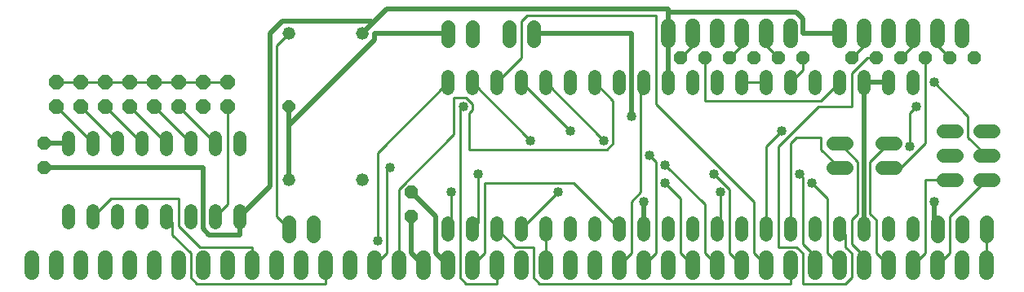
<source format=gtl>
G75*
%MOIN*%
%OFA0B0*%
%FSLAX24Y24*%
%IPPOS*%
%LPD*%
%AMOC8*
5,1,8,0,0,1.08239X$1,22.5*
%
%ADD10C,0.0600*%
%ADD11OC8,0.0600*%
%ADD12OC8,0.0520*%
%ADD13C,0.0520*%
%ADD14C,0.0560*%
%ADD15OC8,0.0515*%
%ADD16C,0.0520*%
%ADD17C,0.0200*%
%ADD18C,0.0100*%
%ADD19C,0.0400*%
D10*
X000680Y000880D02*
X000680Y001480D01*
X001680Y001480D02*
X001680Y000880D01*
X002680Y000880D02*
X002680Y001480D01*
X003680Y001480D02*
X003680Y000880D01*
X004680Y000880D02*
X004680Y001480D01*
X005680Y001480D02*
X005680Y000880D01*
X006680Y000880D02*
X006680Y001480D01*
X007680Y001480D02*
X007680Y000880D01*
X008680Y000880D02*
X008680Y001480D01*
X009680Y001480D02*
X009680Y000880D01*
X010680Y000880D02*
X010680Y001480D01*
X011680Y001480D02*
X011680Y000880D01*
X012680Y000880D02*
X012680Y001480D01*
X013680Y001480D02*
X013680Y000880D01*
X014680Y000880D02*
X014680Y001480D01*
X015680Y001480D02*
X015680Y000880D01*
X016680Y000880D02*
X016680Y001480D01*
X017680Y001480D02*
X017680Y000880D01*
X018680Y000880D02*
X018680Y001480D01*
X019680Y001480D02*
X019680Y000880D01*
X020680Y000880D02*
X020680Y001480D01*
X021680Y001480D02*
X021680Y000880D01*
X022680Y000880D02*
X022680Y001480D01*
X023680Y001480D02*
X023680Y000880D01*
X024680Y000880D02*
X024680Y001480D01*
X025680Y001480D02*
X025680Y000880D01*
X026680Y000880D02*
X026680Y001480D01*
X027680Y001480D02*
X027680Y000880D01*
X028680Y000880D02*
X028680Y001480D01*
X029680Y001480D02*
X029680Y000880D01*
X030680Y000880D02*
X030680Y001480D01*
X031680Y001480D02*
X031680Y000880D01*
X032680Y000880D02*
X032680Y001480D01*
X033680Y001480D02*
X033680Y000880D01*
X034680Y000880D02*
X034680Y001480D01*
X035680Y001480D02*
X035680Y000880D01*
X036680Y000880D02*
X036680Y001480D01*
X037680Y001480D02*
X037680Y000880D01*
X038680Y000880D02*
X038680Y001480D01*
X039680Y001480D02*
X039680Y000880D01*
X038680Y010380D02*
X038680Y010980D01*
X037680Y010980D02*
X037680Y010380D01*
X036680Y010380D02*
X036680Y010980D01*
X035680Y010980D02*
X035680Y010380D01*
X034680Y010380D02*
X034680Y010980D01*
X033680Y010980D02*
X033680Y010380D01*
X031680Y010380D02*
X031680Y010980D01*
X030680Y010980D02*
X030680Y010380D01*
X029680Y010380D02*
X029680Y010980D01*
X028680Y010980D02*
X028680Y010380D01*
X027680Y010380D02*
X027680Y010980D01*
X026680Y010980D02*
X026680Y010380D01*
D11*
X008680Y008680D03*
X007680Y008680D03*
X006680Y008680D03*
X005680Y008680D03*
X004680Y008680D03*
X003680Y008680D03*
X002680Y008680D03*
X001680Y008680D03*
X001680Y007680D03*
X002680Y007680D03*
X003680Y007680D03*
X004680Y007680D03*
X005680Y007680D03*
X006680Y007680D03*
X007680Y007680D03*
X008680Y007680D03*
D12*
X001180Y006180D03*
X001180Y005180D03*
X016180Y004180D03*
X016180Y003180D03*
X027180Y009680D03*
X028180Y009680D03*
X029180Y009680D03*
X030180Y009680D03*
X031180Y009680D03*
X032180Y009680D03*
X034180Y009680D03*
X035180Y009680D03*
X036180Y009680D03*
X037180Y009680D03*
X038180Y009680D03*
X039180Y009680D03*
D13*
X014180Y010680D03*
X011180Y010680D03*
X011180Y004680D03*
X014180Y004680D03*
D14*
X012180Y002960D02*
X012180Y002400D01*
X011180Y002400D02*
X011180Y002960D01*
X033400Y005180D02*
X033960Y005180D01*
X035400Y005180D02*
X035960Y005180D01*
X037900Y004680D02*
X038460Y004680D01*
X039400Y004680D02*
X039960Y004680D01*
X039960Y005680D02*
X039400Y005680D01*
X038460Y005680D02*
X037900Y005680D01*
X035960Y006180D02*
X035400Y006180D01*
X033960Y006180D02*
X033400Y006180D01*
X037900Y006680D02*
X038460Y006680D01*
X039400Y006680D02*
X039960Y006680D01*
X039680Y002960D02*
X039680Y002400D01*
X038680Y002400D02*
X038680Y002960D01*
X037680Y002960D02*
X037680Y002400D01*
X021180Y010400D02*
X021180Y010960D01*
X020180Y010960D02*
X020180Y010400D01*
X018680Y010400D02*
X018680Y010960D01*
X017680Y010960D02*
X017680Y010400D01*
D15*
X011180Y007680D03*
D16*
X009180Y006440D02*
X009180Y005920D01*
X008180Y005920D02*
X008180Y006440D01*
X007180Y006440D02*
X007180Y005920D01*
X006180Y005920D02*
X006180Y006440D01*
X005180Y006440D02*
X005180Y005920D01*
X004180Y005920D02*
X004180Y006440D01*
X003180Y006440D02*
X003180Y005920D01*
X002180Y005920D02*
X002180Y006440D01*
X002180Y003440D02*
X002180Y002920D01*
X003180Y002920D02*
X003180Y003440D01*
X004180Y003440D02*
X004180Y002920D01*
X005180Y002920D02*
X005180Y003440D01*
X006180Y003440D02*
X006180Y002920D01*
X007180Y002920D02*
X007180Y003440D01*
X008180Y003440D02*
X008180Y002920D01*
X009180Y002920D02*
X009180Y003440D01*
X017680Y002940D02*
X017680Y002420D01*
X018680Y002420D02*
X018680Y002940D01*
X019680Y002940D02*
X019680Y002420D01*
X020680Y002420D02*
X020680Y002940D01*
X021680Y002940D02*
X021680Y002420D01*
X022680Y002420D02*
X022680Y002940D01*
X023680Y002940D02*
X023680Y002420D01*
X024680Y002420D02*
X024680Y002940D01*
X025680Y002940D02*
X025680Y002420D01*
X026680Y002420D02*
X026680Y002940D01*
X027680Y002940D02*
X027680Y002420D01*
X028680Y002420D02*
X028680Y002940D01*
X029680Y002940D02*
X029680Y002420D01*
X030680Y002420D02*
X030680Y002940D01*
X031680Y002940D02*
X031680Y002420D01*
X032680Y002420D02*
X032680Y002940D01*
X033680Y002940D02*
X033680Y002420D01*
X034680Y002420D02*
X034680Y002940D01*
X035680Y002940D02*
X035680Y002420D01*
X036680Y002420D02*
X036680Y002940D01*
X036680Y008420D02*
X036680Y008940D01*
X035680Y008940D02*
X035680Y008420D01*
X034680Y008420D02*
X034680Y008940D01*
X033680Y008940D02*
X033680Y008420D01*
X032680Y008420D02*
X032680Y008940D01*
X031680Y008940D02*
X031680Y008420D01*
X030680Y008420D02*
X030680Y008940D01*
X029680Y008940D02*
X029680Y008420D01*
X028680Y008420D02*
X028680Y008940D01*
X027680Y008940D02*
X027680Y008420D01*
X026680Y008420D02*
X026680Y008940D01*
X025680Y008940D02*
X025680Y008420D01*
X024680Y008420D02*
X024680Y008940D01*
X023680Y008940D02*
X023680Y008420D01*
X022680Y008420D02*
X022680Y008940D01*
X021680Y008940D02*
X021680Y008420D01*
X020680Y008420D02*
X020680Y008940D01*
X019680Y008940D02*
X019680Y008420D01*
X018680Y008420D02*
X018680Y008940D01*
X017680Y008940D02*
X017680Y008420D01*
D17*
X014680Y010430D02*
X011180Y006930D01*
X011180Y007680D01*
X011180Y006930D02*
X011180Y004680D01*
X010430Y004430D02*
X010430Y010680D01*
X010930Y011180D01*
X014555Y011180D01*
X014618Y011118D01*
X014180Y010680D01*
X014680Y010680D02*
X014680Y010430D01*
X014680Y010680D02*
X017680Y010680D01*
X015180Y011680D02*
X026680Y011680D01*
X026680Y011555D01*
X031930Y011555D01*
X032180Y011305D01*
X032180Y010680D01*
X033680Y010680D01*
X034680Y008680D02*
X034680Y002680D01*
X037555Y002805D02*
X037555Y003805D01*
X037555Y002805D02*
X037680Y002680D01*
X025680Y002680D02*
X025680Y003805D01*
X017680Y001180D02*
X017180Y001680D01*
X017180Y003180D01*
X016180Y004180D01*
X016180Y003180D02*
X016180Y001680D01*
X016680Y001180D01*
X010430Y004430D02*
X009180Y003180D01*
X009180Y002430D01*
X007930Y002430D01*
X007680Y002680D01*
X007680Y005180D01*
X001180Y005180D01*
X001180Y006180D02*
X002180Y006180D01*
X014618Y011118D02*
X015180Y011680D01*
X021180Y010680D02*
X025180Y010680D01*
X025180Y007305D01*
X026680Y008680D02*
X026680Y010680D01*
X026680Y011555D01*
X034680Y008680D02*
X035680Y008680D01*
D18*
X034805Y009680D02*
X034180Y009055D01*
X034180Y007680D01*
X032805Y007680D01*
X031180Y006055D01*
X031180Y001930D01*
X031930Y001930D01*
X032180Y001680D01*
X032180Y000430D01*
X033930Y000430D01*
X034180Y000680D01*
X034180Y001680D01*
X033930Y001930D01*
X033930Y002430D01*
X033680Y002680D01*
X034180Y003055D02*
X034180Y002055D01*
X034680Y001555D01*
X034680Y001180D01*
X033680Y001180D02*
X033180Y001680D01*
X033180Y003930D01*
X032555Y004555D01*
X032180Y004805D02*
X032180Y002055D01*
X032680Y001555D01*
X032680Y001180D01*
X031680Y001180D02*
X031680Y000430D01*
X021430Y000430D01*
X021180Y000680D01*
X021180Y001930D01*
X020430Y001930D01*
X019680Y002680D01*
X018930Y002930D02*
X018930Y004930D01*
X019180Y004555D02*
X019180Y001680D01*
X018680Y001180D01*
X019680Y001180D02*
X019680Y000430D01*
X018430Y000430D01*
X018180Y000680D01*
X018180Y007555D01*
X018305Y007680D01*
X018555Y007430D02*
X018680Y007555D01*
X018680Y007805D01*
X018430Y008055D01*
X017930Y008055D01*
X017930Y006555D01*
X015680Y004305D01*
X015680Y001180D01*
X015180Y001680D02*
X014680Y001180D01*
X015180Y001680D02*
X015180Y005055D01*
X015305Y005180D01*
X014805Y005805D02*
X014805Y002180D01*
X017680Y002680D02*
X017805Y002805D01*
X017805Y004180D01*
X019180Y004555D02*
X022805Y004555D01*
X024680Y002680D01*
X021680Y002680D02*
X021680Y001180D01*
X024680Y001180D02*
X025180Y001680D01*
X025180Y003805D01*
X025555Y004180D01*
X025555Y008555D01*
X025680Y008680D01*
X024430Y007930D02*
X023680Y008680D01*
X021680Y008680D02*
X024055Y006305D01*
X024180Y005930D02*
X024430Y006180D01*
X024430Y007930D01*
X026180Y007805D02*
X030180Y003805D01*
X030180Y001680D01*
X030680Y001180D01*
X029680Y001180D02*
X029180Y001680D01*
X029180Y004305D01*
X028555Y004930D01*
X028180Y003680D02*
X026555Y005305D01*
X026180Y005430D02*
X026180Y001680D01*
X025680Y001180D01*
X027180Y001680D02*
X027680Y001180D01*
X028180Y001680D02*
X028680Y001180D01*
X028180Y001680D02*
X028180Y003680D01*
X027180Y003930D02*
X027180Y001680D01*
X028680Y002680D02*
X028805Y002805D01*
X028805Y004180D01*
X027180Y003930D02*
X026555Y004555D01*
X026180Y005430D02*
X025930Y005680D01*
X024180Y005930D02*
X018555Y005930D01*
X018555Y007430D01*
X018680Y008680D02*
X021055Y006305D01*
X022680Y006680D02*
X020680Y008680D01*
X020680Y009680D02*
X019680Y008680D01*
X017680Y008680D02*
X014805Y005805D01*
X008680Y007680D02*
X008680Y003680D01*
X008180Y003180D01*
X007555Y001930D02*
X006680Y002805D01*
X006680Y003930D01*
X003930Y003930D01*
X003180Y003180D01*
X006180Y003180D02*
X006430Y002930D01*
X006430Y002430D01*
X007180Y001680D01*
X007180Y000680D01*
X007430Y000430D01*
X012680Y000430D01*
X012680Y001180D01*
X009680Y001180D02*
X009680Y001930D01*
X007555Y001930D01*
X010680Y003180D02*
X011180Y002680D01*
X010680Y003180D02*
X010680Y010180D01*
X011180Y010680D01*
X008680Y008680D02*
X007680Y008680D01*
X006680Y008680D01*
X005680Y008680D01*
X004680Y008680D01*
X003680Y008680D01*
X002680Y008680D01*
X001680Y008680D01*
X001680Y007680D02*
X003180Y006180D01*
X004180Y006180D02*
X002680Y007680D01*
X003680Y007680D02*
X005180Y006180D01*
X006180Y006180D02*
X004680Y007680D01*
X005680Y007680D02*
X007180Y006180D01*
X008180Y006180D02*
X006680Y007680D01*
X020680Y009680D02*
X020680Y011180D01*
X020930Y011430D01*
X026180Y011430D01*
X026180Y007805D01*
X028180Y007930D02*
X028180Y009680D01*
X027680Y010180D02*
X027180Y009680D01*
X027680Y010180D02*
X027680Y010680D01*
X029180Y009680D02*
X029680Y010180D01*
X029680Y010680D01*
X030680Y010680D02*
X030680Y010180D01*
X031180Y009680D01*
X032180Y009680D02*
X032180Y009180D01*
X031680Y008680D01*
X030680Y008680D02*
X029680Y008680D01*
X028180Y007930D02*
X032930Y007930D01*
X033680Y008680D01*
X034180Y009680D02*
X034680Y010180D01*
X034680Y010680D01*
X036180Y009680D02*
X036680Y010180D01*
X036680Y010680D01*
X037680Y010680D02*
X037680Y010180D01*
X038180Y009680D01*
X037180Y009680D02*
X037180Y006180D01*
X036180Y005180D01*
X035680Y005180D01*
X034930Y005430D02*
X034930Y003305D01*
X035180Y003055D01*
X035180Y001680D01*
X035680Y001180D01*
X036680Y001180D02*
X037180Y001680D01*
X037180Y004680D01*
X038180Y004680D01*
X038180Y003180D02*
X039680Y004680D01*
X039680Y005680D02*
X038930Y006430D01*
X038930Y007305D01*
X037555Y008680D01*
X036805Y007680D02*
X036555Y007430D01*
X036555Y006055D01*
X035680Y006180D02*
X034930Y005430D01*
X034430Y005430D02*
X034430Y003305D01*
X034180Y003055D01*
X031680Y002680D02*
X031680Y006180D01*
X031930Y006430D01*
X032930Y006430D01*
X032930Y005930D01*
X033680Y005180D01*
X034430Y005430D02*
X033680Y006180D01*
X031305Y006680D02*
X030680Y006055D01*
X030680Y002680D01*
X032180Y004805D02*
X032055Y004930D01*
X038180Y003180D02*
X038180Y001680D01*
X037680Y001180D01*
X039680Y001180D02*
X039680Y002680D01*
X022180Y004180D02*
X020680Y002680D01*
X018930Y002930D02*
X018680Y002680D01*
X034805Y009680D02*
X035180Y009680D01*
D19*
X037555Y008680D03*
X036805Y007680D03*
X036555Y006055D03*
X032055Y004930D03*
X032555Y004555D03*
X028805Y004180D03*
X028555Y004930D03*
X026555Y004555D03*
X026555Y005305D03*
X025930Y005680D03*
X024055Y006305D03*
X022680Y006680D03*
X021055Y006305D03*
X025180Y007305D03*
X031305Y006680D03*
X022180Y004180D03*
X018930Y004930D03*
X017805Y004180D03*
X015305Y005180D03*
X018305Y007680D03*
X025680Y003805D03*
X014805Y002180D03*
X037555Y003805D03*
M02*

</source>
